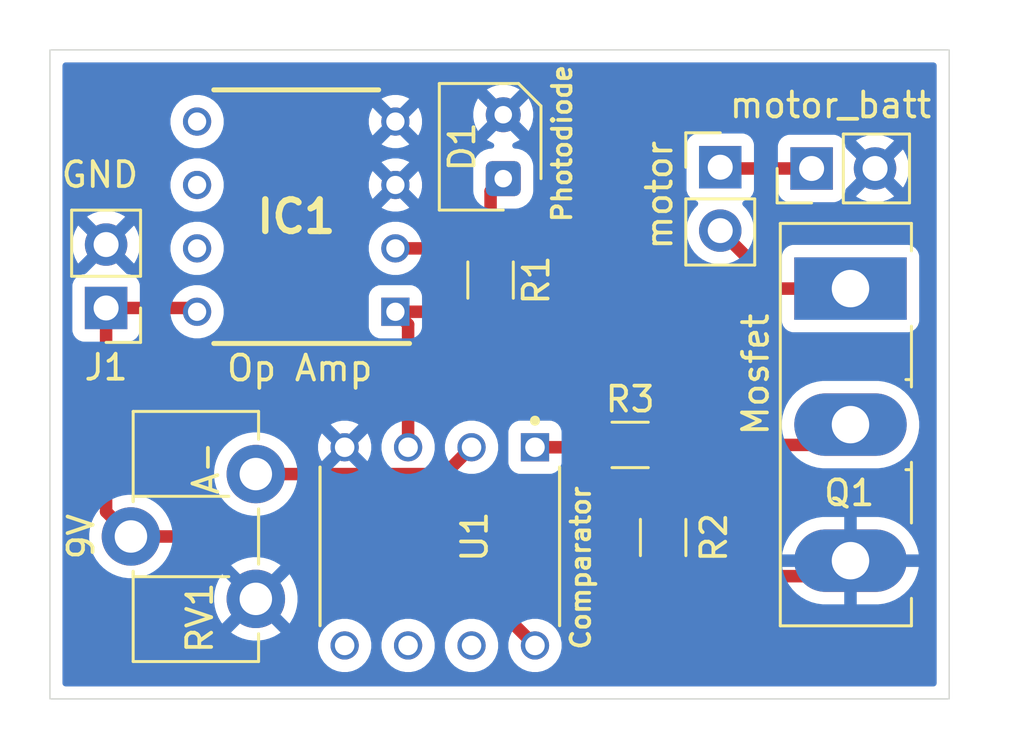
<source format=kicad_pcb>
(kicad_pcb (version 20241229) (generator "pcbnew") (generator_version "9.0")
  (layers (0 "F.Cu" signal) (2 "B.Cu" signal) (13 "F.Paste" user) (15 "B.Paste" user) (5 "F.SilkS" user "F.Silkscreen") (7 "B.SilkS" user "B.Silkscreen") (1 "F.Mask" user) (3 "B.Mask" user) (25 "Edge.Cuts" user))
  (net 0 "")
  (net 1 "GND")
  (net 2 "Net-(D1-K)")
  (net 3 "+9V")
  (net 4 "+7.1V")
  (net 5 "Net-(Q1-G)")
  (net 6 "Net-(IC1-1OUT)")
  (net 7 "Net-(U1-OUT_A)")
  (net 8 "Net-(U1-NEG_A)")
  (net 15 "Net-(Q1-D)")
  (footprint "Potentiometer_THT:Potentiometer_ACP_CA9-H5_Horizontal" (layer "F.Cu") (at 158.242 121.9924 180)
    (property "Reference" "RV1" (at 2.242 -0.7576 270) (layer "F.SilkS"))
    (property "Value" "10k pot" (hide yes))
    (fp_line (start 4.91 7.51) (end -0.11 7.51) (stroke (width 0.12)) (layer "F.SilkS"))
    (fp_line (start 4.91 4.11) (end 1.081 4.11) (stroke (width 0.12)) (layer "F.SilkS"))
    (fp_line (start 4.91 3.897) (end 4.91 7.51) (stroke (width 0.12)) (layer "F.SilkS"))
    (fp_line (start 4.91 3.897) (end 4.91 4.11) (stroke (width 0.12)) (layer "F.SilkS"))
    (fp_line (start 4.91 0.89) (end 4.91 1.103) (stroke (width 0.12)) (layer "F.SilkS"))
    (fp_line (start 4.91 -2.51) (end 4.91 1.103) (stroke (width 0.12)) (layer "F.SilkS"))
    (fp_line (start 1.081 0.89) (end 4.91 0.89) (stroke (width 0.12)) (layer "F.SilkS"))
    (fp_line (start -0.11 7.51) (end -0.11 6.396) (stroke (width 0.12)) (layer "F.SilkS"))
    (fp_line (start -0.11 3.604) (end -0.11 1.396) (stroke (width 0.12)) (layer "F.SilkS"))
    (fp_line (start -0.11 3.604) (end -0.11 1.396) (stroke (width 0.12)) (layer "F.SilkS"))
    (fp_line (start -0.11 -1.396) (end -0.11 -2.51) (stroke (width 0.12)) (layer "F.SilkS"))
    (fp_line (start -0.11 -2.51) (end 4.91 -2.51) (stroke (width 0.12)) (layer "F.SilkS"))
    (pad "1" thru_hole circle (at 0 0 180) (size 2.34 2.34) (drill 1.3) (layers "*.Cu" "*.Mask") (net 1 "GND"))
    (pad "2" thru_hole circle (at 5 2.5 180) (size 2.34 2.34) (drill 1.3) (layers "*.Cu" "*.Mask") (net 3 "+9V"))
    (pad "3" thru_hole circle (at 0 5 180) (size 2.34 2.34) (drill 1.3) (layers "*.Cu" "*.Mask") (net 8 "Net-(U1-NEG_A)"))
  )
  (footprint "Package_TO_SOT_THT:TO-247-3_Vertical" (layer "F.Cu") (at 182.049 109.5612 -90)
    (property "Reference" "Q1" (at 8.1888 0.049 180) (layer "F.SilkS"))
    (property "Value" "MTP3055E" (hide yes))
    (fp_line (start -2.61 2.81) (end -2.61 -2.44) (stroke (width 0.12)) (layer "F.SilkS"))
    (fp_line (start 13.51 2.81) (end -2.61 2.81) (stroke (width 0.12)) (layer "F.SilkS"))
    (fp_line (start -2.61 -2.44) (end -1.51 -2.44) (stroke (width 0.12)) (layer "F.SilkS"))
    (fp_line (start 1.51 -2.44) (end 3.94 -2.44) (stroke (width 0.12)) (layer "F.SilkS"))
    (fp_line (start 3.645 -2.44) (end 3.645 -2.22) (stroke (width 0.12)) (layer "F.SilkS"))
    (fp_line (start 6.96 -2.44) (end 9.39 -2.44) (stroke (width 0.12)) (layer "F.SilkS"))
    (fp_line (start 7.255 -2.44) (end 7.255 -2.22) (stroke (width 0.12)) (layer "F.SilkS"))
    (fp_line (start 12.41 -2.44) (end 13.51 -2.44) (stroke (width 0.12)) (layer "F.SilkS"))
    (fp_line (start 13.51 -2.44) (end 13.51 2.81) (stroke (width 0.12)) (layer "F.SilkS"))
    (pad "1" thru_hole rect (at 0 0 270) (size 2.5 4.5) (drill 1.5) (layers "*.Cu" "*.Mask") (net 15 "Net-(Q1-D)"))
    (pad "2" thru_hole oval (at 5.45 0 270) (size 2.5 4.5) (drill 1.5) (layers "*.Cu" "*.Mask") (net 5 "Net-(Q1-G)"))
    (pad "3" thru_hole oval (at 10.9 0 270) (size 2.5 4.5) (drill 1.5) (layers "*.Cu" "*.Mask") (net 1 "GND"))
  )
  (footprint "Connector_PinHeader_2.54mm:PinHeader_1x02_P2.54mm_Vertical" (layer "F.Cu") (at 152.2476 110.3376 180)
    (property "Reference" "J1" (at 0 -2.38 0) (layer "F.SilkS"))
    (property "Value" "Circuit Battery" (hide yes))
    (fp_line (start 1.38 1.27) (end 1.38 3.92) (stroke (width 0.12)) (layer "F.SilkS"))
    (fp_line (start -1.38 3.92) (end 1.38 3.92) (stroke (width 0.12)) (layer "F.SilkS"))
    (fp_line (start -1.38 1.27) (end 1.38 1.27) (stroke (width 0.12)) (layer "F.SilkS"))
    (fp_line (start -1.38 1.27) (end -1.38 3.92) (stroke (width 0.12)) (layer "F.SilkS"))
    (fp_line (start -1.38 0) (end -1.38 -1.38) (stroke (width 0.12)) (layer "F.SilkS"))
    (fp_line (start -1.38 -1.38) (end 0 -1.38) (stroke (width 0.12)) (layer "F.SilkS"))
    (pad "1" thru_hole rect (at 0 0 180) (size 1.7 1.7) (drill 1) (layers "*.Cu" "*.Mask") (net 3 "+9V"))
    (pad "2" thru_hole circle (at 0 2.54 180) (size 1.7 1.7) (drill 1) (layers "*.Cu" "*.Mask") (net 1 "GND"))
  )
  (footprint "op amp:DIP794W53P254L959H508Q8N" (layer "F.Cu") (at 159.86 106.68 180)
    (property "Reference" "IC1" (at 0 0 0) (layer "F.SilkS") (effects (font (size 1.27 1.27) (thickness 0.254))))
    (property "Value" "LF353P" (hide yes))
    (fp_line (start -3.3 5.08) (end 3.3 5.08) (stroke (width 0.2)) (layer "F.SilkS"))
    (fp_line (start -4.535 -5.08) (end 3.3 -5.08) (stroke (width 0.2)) (layer "F.SilkS"))
    (pad "1" thru_hole rect (at -3.97 -3.81 180) (size 1.13 1.13) (drill 0.73) (layers "*.Cu" "*.Mask") (net 6 "Net-(IC1-1OUT)"))
    (pad "2" thru_hole circle (at -3.97 -1.27 180) (size 1.13 1.13) (drill 0.73) (layers "*.Cu" "*.Mask") (net 2 "Net-(D1-K)"))
    (pad "3" thru_hole circle (at -3.97 1.27 180) (size 1.13 1.13) (drill 0.73) (layers "*.Cu" "*.Mask") (net 1 "GND"))
    (pad "4" thru_hole circle (at -3.97 3.81 180) (size 1.13 1.13) (drill 0.73) (layers "*.Cu" "*.Mask") (net 1 "GND"))
    (pad "5" thru_hole circle (at 3.97 3.81 180) (size 1.13 1.13) (drill 0.73) (layers "*.Cu" "*.Mask"))
    (pad "6" thru_hole circle (at 3.97 1.27 180) (size 1.13 1.13) (drill 0.73) (layers "*.Cu" "*.Mask"))
    (pad "7" thru_hole circle (at 3.97 -1.27 180) (size 1.13 1.13) (drill 0.73) (layers "*.Cu" "*.Mask"))
    (pad "8" thru_hole circle (at 3.97 -3.81 180) (size 1.13 1.13) (drill 0.73) (layers "*.Cu" "*.Mask") (net 3 "+9V"))
  )
  (footprint "Resistor_SMD:R_1206_3216Metric_Pad1.30x1.75mm_HandSolder" (layer "F.Cu") (at 173.228 115.824)
    (property "Reference" "R3" (at 0 -1.83 0) (layer "F.SilkS"))
    (property "Value" "10k" (hide yes))
    (fp_line (start -0.727064 -0.91) (end 0.727064 -0.91) (stroke (width 0.12)) (layer "F.SilkS"))
    (fp_line (start -0.727064 0.91) (end 0.727064 0.91) (stroke (width 0.12)) (layer "F.SilkS"))
    (pad "1" smd roundrect (at -1.55 0) (size 1.3 1.75) (layers "F.Cu" "F.Mask" "F.Paste") (roundrect_rratio 0.192308) (net 7 "Net-(U1-OUT_A)"))
    (pad "2" smd roundrect (at 1.55 0) (size 1.3 1.75) (layers "F.Cu" "F.Mask" "F.Paste") (roundrect_rratio 0.192308) (net 5 "Net-(Q1-G)"))
  )
  (footprint "Connector_PinHeader_2.54mm:PinHeader_1x02_P2.54mm_Vertical" (layer "F.Cu") (at 176.8348 104.6988)
    (property "Reference" "motor" (at -2.4384 1.1176 90) (layer "F.SilkS"))
    (property "Value" "Motor" (hide yes))
    (fp_line (start -1.38 -1.38) (end 0 -1.38) (stroke (width 0.12)) (layer "F.SilkS"))
    (fp_line (start -1.38 0) (end -1.38 -1.38) (stroke (width 0.12)) (layer "F.SilkS"))
    (fp_line (start -1.38 1.27) (end -1.38 3.92) (stroke (width 0.12)) (layer "F.SilkS"))
    (fp_line (start -1.38 1.27) (end 1.38 1.27) (stroke (width 0.12)) (layer "F.SilkS"))
    (fp_line (start -1.38 3.92) (end 1.38 3.92) (stroke (width 0.12)) (layer "F.SilkS"))
    (fp_line (start 1.38 1.27) (end 1.38 3.92) (stroke (width 0.12)) (layer "F.SilkS"))
    (pad "1" thru_hole rect (at 0 0) (size 1.7 1.7) (drill 1) (layers "*.Cu" "*.Mask") (net 4 "+7.1V"))
    (pad "2" thru_hole circle (at 0 2.54) (size 1.7 1.7) (drill 1) (layers "*.Cu" "*.Mask") (net 15 "Net-(Q1-D)"))
  )
  (footprint "Connector_PinHeader_2.54mm:PinHeader_1x02_P2.54mm_Vertical" (layer "F.Cu") (at 180.4924 104.7496 90)
    (property "Reference" "motor_batt" (at 2.54 0.7576 180) (layer "F.SilkS"))
    (property "Value" "Motor battery" (hide yes))
    (fp_line (start -1.38 -1.38) (end 0 -1.38) (stroke (width 0.12)) (layer "F.SilkS"))
    (fp_line (start -1.38 0) (end -1.38 -1.38) (stroke (width 0.12)) (layer "F.SilkS"))
    (fp_line (start 1.38 1.27) (end 1.38 3.92) (stroke (width 0.12)) (layer "F.SilkS"))
    (fp_line (start -1.38 1.27) (end 1.38 1.27) (stroke (width 0.12)) (layer "F.SilkS"))
    (fp_line (start -1.38 1.27) (end -1.38 3.92) (stroke (width 0.12)) (layer "F.SilkS"))
    (fp_line (start -1.38 3.92) (end 1.38 3.92) (stroke (width 0.12)) (layer "F.SilkS"))
    (pad "1" thru_hole rect (at 0 0 90) (size 1.7 1.7) (drill 1) (layers "*.Cu" "*.Mask") (net 4 "+7.1V"))
    (pad "2" thru_hole circle (at 0 2.54 90) (size 1.7 1.7) (drill 1) (layers "*.Cu" "*.Mask") (net 1 "GND"))
  )
  (footprint "Resistor_SMD:R_1206_3216Metric_Pad1.30x1.75mm_HandSolder" (layer "F.Cu") (at 174.5488 119.5324 90)
    (property "Reference" "R2" (at 0 2.032 90) (layer "F.SilkS"))
    (property "Value" "10k" (hide yes))
    (fp_line (start -0.727064 -0.91) (end 0.727064 -0.91) (stroke (width 0.12)) (layer "F.SilkS"))
    (fp_line (start -0.727064 0.91) (end 0.727064 0.91) (stroke (width 0.12)) (layer "F.SilkS"))
    (pad "1" smd roundrect (at -1.55 0 90) (size 1.3 1.75) (layers "F.Cu" "F.Mask" "F.Paste") (roundrect_rratio 0.192308) (net 1 "GND"))
    (pad "2" smd roundrect (at 1.55 0 90) (size 1.3 1.75) (layers "F.Cu" "F.Mask" "F.Paste") (roundrect_rratio 0.192308) (net 5 "Net-(Q1-G)"))
  )
  (footprint "comparator:DIP794W45P254L959H508Q8" (layer "F.Cu") (at 165.608 119.888 -90)
    (property "Reference" "U1" (at -0.388 -1.392 90) (layer "F.SilkS"))
    (property "Value" "LM393N" (hide yes))
    (fp_line (start -3.175 4.795) (end 3.175 4.795) (stroke (width 0.127)) (layer "F.SilkS"))
    (fp_line (start -3.175 -4.795) (end 3.175 -4.795) (stroke (width 0.127)) (layer "F.SilkS"))
    (fp_circle (center -5.035 -3.81) (end -4.935 -3.81) (stroke (width 0.2)) (fill no) (layer "F.SilkS"))
    (pad "1" thru_hole rect (at -3.97 -3.81 270) (size 1.13 1.13) (drill 0.78) (layers "*.Cu" "*.Mask") (net 7 "Net-(U1-OUT_A)"))
    (pad "2" thru_hole circle (at -3.97 -1.27 270) (size 1.13 1.13) (drill 0.78) (layers "*.Cu" "*.Mask") (net 8 "Net-(U1-NEG_A)"))
    (pad "3" thru_hole circle (at -3.97 1.27 270) (size 1.13 1.13) (drill 0.78) (layers "*.Cu" "*.Mask") (net 6 "Net-(IC1-1OUT)"))
    (pad "4" thru_hole circle (at -3.97 3.81 270) (size 1.13 1.13) (drill 0.78) (layers "*.Cu" "*.Mask") (net 1 "GND"))
    (pad "5" thru_hole circle (at 3.97 3.81 270) (size 1.13 1.13) (drill 0.78) (layers "*.Cu" "*.Mask"))
    (pad "6" thru_hole circle (at 3.97 1.27 270) (size 1.13 1.13) (drill 0.78) (layers "*.Cu" "*.Mask"))
    (pad "7" thru_hole circle (at 3.97 -1.27 270) (size 1.13 1.13) (drill 0.78) (layers "*.Cu" "*.Mask"))
    (pad "8" thru_hole circle (at 3.97 -3.81 270) (size 1.13 1.13) (drill 0.78) (layers "*.Cu" "*.Mask") (net 3 "+9V"))
  )
  (footprint "Resistor_SMD:R_1206_3216Metric_Pad1.30x1.75mm_HandSolder" (layer "F.Cu") (at 167.64 109.22 -90)
    (property "Reference" "R1" (at 0 -1.83 90) (layer "F.SilkS"))
    (property "Value" "470k" (hide yes))
    (fp_line (start -0.727064 0.91) (end 0.727064 0.91) (stroke (width 0.12)) (layer "F.SilkS"))
    (fp_line (start -0.727064 -0.91) (end 0.727064 -0.91) (stroke (width 0.12)) (layer "F.SilkS"))
    (pad "1" smd roundrect (at -1.55 0 270) (size 1.3 1.75) (layers "F.Cu" "F.Mask" "F.Paste") (roundrect_rratio 0.192308) (net 2 "Net-(D1-K)"))
    (pad "2" smd roundrect (at 1.55 0 270) (size 1.3 1.75) (layers "F.Cu" "F.Mask" "F.Paste") (roundrect_rratio 0.192308) (net 6 "Net-(IC1-1OUT)"))
  )
  (footprint "OptoDevice:Osram_BPW82" (layer "F.Cu") (at 168.148 105.156 90)
    (property "Reference" "D1" (at 1.275 -1.648 90) (layer "F.SilkS"))
    (property "Value" "D_Photo" (hide yes))
    (fp_line (start 3.81 -2.56) (end 3.81 0.61) (stroke (width 0.12)) (layer "F.SilkS"))
    (fp_line (start -1.26 -2.56) (end 3.81 -2.56) (stroke (width 0.12)) (layer "F.SilkS"))
    (fp_line (start -1.26 -2.56) (end -1.26 0) (stroke (width 0.12)) (layer "F.SilkS"))
    (fp_line (start 3.81 0.61) (end 2.91 1.51) (stroke (width 0.12)) (layer "F.SilkS"))
    (fp_line (start 0 1.51) (end 2.91 1.51) (stroke (width 0.12)) (layer "F.SilkS"))
    (pad "1" thru_hole roundrect (at 0 0 90) (size 1.4 1.4) (drill 0.7) (layers "*.Cu" "*.Mask") (roundrect_rratio 0.178) (net 2 "Net-(D1-K)"))
    (pad "2" thru_hole circle (at 2.56 0 90) (size 1.4 1.4) (drill 0.7) (layers "*.Cu" "*.Mask") (net 1 "GND"))
  )
  (gr_rect (start 150 100) (end 186 126) (stroke (width 0.05)) (fill no) (layer "Edge.Cuts"))
  (gr_text "Photodiode" (at 170.5 103.75 90) (layer "F.SilkS") (effects (font (size 0.75 0.75))))
  (gr_text "Mosfet\n" (at 178.25 113 90) (layer "F.SilkS") (effects (font (size 1 1))))
  (gr_text "Op Amp\n" (at 160 112.75 0) (layer "F.SilkS") (effects (font (size 1 1))))
  (gr_text "Comparator" (at 171.25 120.75 90) (layer "F.SilkS") (effects (font (size 0.75 0.75))))
  (gr_text "9V" (at 151.25 119.5 90) (layer "F.SilkS") (effects (font (size 1 1))))
  (gr_text "A-" (at 156.25 116.75 90) (layer "F.SilkS") (effects (font (size 1 1))))
  (gr_text "GND" (at 152 105 0) (layer "F.SilkS") (effects (font (size 1 1))))
  (segment (start 181.4278 121.0824) (end 182.049 120.4612) (width 0.5) (layer "F.Cu") (net 1))
  (segment (start 174.5488 121.0824) (end 181.4278 121.0824) (width 0.5) (layer "F.Cu") (net 1))
  (segment (start 167.36 107.95) (end 167.64 107.67) (width 0.5) (layer "F.Cu") (net 2))
  (segment (start 163.83 107.95) (end 167.36 107.95) (width 0.5) (layer "F.Cu") (net 2))
  (segment (start 167.64 105.664) (end 168.148 105.156) (width 0.5) (layer "F.Cu") (net 2))
  (segment (start 167.64 107.67) (end 167.64 105.664) (width 0.5) (layer "F.Cu") (net 2))
  (segment (start 153.242 119.4924) (end 165.0524 119.4924) (width 0.5) (layer "F.Cu") (net 3))
  (segment (start 155.7376 110.3376) (end 155.89 110.49) (width 0.5) (layer "F.Cu") (net 3))
  (segment (start 152.2476 110.3376) (end 152.2476 118.498) (width 0.5) (layer "F.Cu") (net 3))
  (segment (start 152.2476 110.3376) (end 155.7376 110.3376) (width 0.5) (layer "F.Cu") (net 3))
  (segment (start 152.2476 118.498) (end 153.242 119.4924) (width 0.5) (layer "F.Cu") (net 3))
  (segment (start 165.0524 119.4924) (end 169.418 123.858) (width 0.5) (layer "F.Cu") (net 3))
  (segment (start 176.8856 104.7496) (end 176.8348 104.6988) (width 0.5) (layer "F.Cu") (net 4))
  (segment (start 180.4924 104.7496) (end 176.8856 104.7496) (width 0.5) (layer "F.Cu") (net 4))
  (segment (start 174.778 117.7532) (end 174.5488 117.9824) (width 0.5) (layer "F.Cu") (net 5))
  (segment (start 174.778 115.824) (end 181.2362 115.824) (width 0.5) (layer "F.Cu") (net 5))
  (segment (start 181.2362 115.824) (end 182.049 115.0112) (width 0.5) (layer "F.Cu") (net 5))
  (segment (start 174.778 115.824) (end 174.778 117.7532) (width 0.5) (layer "F.Cu") (net 5))
  (segment (start 167.36 110.49) (end 167.64 110.77) (width 0.5) (layer "F.Cu") (net 6))
  (segment (start 163.83 110.49) (end 167.36 110.49) (width 0.5) (layer "F.Cu") (net 6))
  (segment (start 164.338 110.998) (end 163.83 110.49) (width 0.5) (layer "F.Cu") (net 6))
  (segment (start 164.338 115.918) (end 164.338 110.998) (width 0.5) (layer "F.Cu") (net 6))
  (segment (start 169.418 115.918) (end 171.584 115.918) (width 0.5) (layer "F.Cu") (net 7))
  (segment (start 171.584 115.918) (end 171.678 115.824) (width 0.5) (layer "F.Cu") (net 7))
  (segment (start 165.8036 116.9924) (end 166.878 115.918) (width 0.5) (layer "F.Cu") (net 8))
  (segment (start 158.242 116.9924) (end 165.8036 116.9924) (width 0.5) (layer "F.Cu") (net 8))
  (segment (start 182.049 109.5612) (end 179.1572 109.5612) (width 0.5) (layer "F.Cu") (net 15))
  (segment (start 179.1572 109.5612) (end 176.8348 107.2388) (width 0.5) (layer "F.Cu") (net 15))
  (zone (net 1) (net_name "GND") (layer "B.Cu") (connect_pads (clearance 0.5)) (min_thickness 0.25) (fill yes (thermal_gap 0.5) (thermal_bridge_width 0.5))
    (polygon (pts (xy 148 98) (xy 189 98) (xy 189 128) (xy 148 128)))
  )
)
</source>
